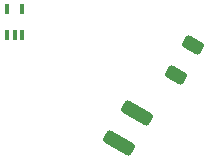
<source format=gbr>
%TF.GenerationSoftware,KiCad,Pcbnew,(6.0.8-1)-1*%
%TF.CreationDate,2022-11-30T21:43:59-05:00*%
%TF.ProjectId,Untitled,556e7469-746c-4656-942e-6b696361645f,rev?*%
%TF.SameCoordinates,Original*%
%TF.FileFunction,Paste,Bot*%
%TF.FilePolarity,Positive*%
%FSLAX46Y46*%
G04 Gerber Fmt 4.6, Leading zero omitted, Abs format (unit mm)*
G04 Created by KiCad (PCBNEW (6.0.8-1)-1) date 2022-11-30 21:43:59*
%MOMM*%
%LPD*%
G01*
G04 APERTURE LIST*
G04 Aperture macros list*
%AMRoundRect*
0 Rectangle with rounded corners*
0 $1 Rounding radius*
0 $2 $3 $4 $5 $6 $7 $8 $9 X,Y pos of 4 corners*
0 Add a 4 corners polygon primitive as box body*
4,1,4,$2,$3,$4,$5,$6,$7,$8,$9,$2,$3,0*
0 Add four circle primitives for the rounded corners*
1,1,$1+$1,$2,$3*
1,1,$1+$1,$4,$5*
1,1,$1+$1,$6,$7*
1,1,$1+$1,$8,$9*
0 Add four rect primitives between the rounded corners*
20,1,$1+$1,$2,$3,$4,$5,0*
20,1,$1+$1,$4,$5,$6,$7,0*
20,1,$1+$1,$6,$7,$8,$9,0*
20,1,$1+$1,$8,$9,$2,$3,0*%
G04 Aperture macros list end*
%ADD10RoundRect,0.087500X0.087500X0.337500X-0.087500X0.337500X-0.087500X-0.337500X0.087500X-0.337500X0*%
%ADD11RoundRect,0.250000X-0.385016X0.583133X-0.697516X0.041867X0.385016X-0.583133X0.697516X-0.041867X0*%
%ADD12RoundRect,0.250000X-0.790128X0.831458X-1.115128X0.268542X0.790128X-0.831458X1.115128X-0.268542X0*%
G04 APERTURE END LIST*
D10*
%TO.C,REF\u002A\u002A*%
X104450000Y-59100000D03*
X103800000Y-59100000D03*
X103150000Y-59100000D03*
X103150000Y-56900000D03*
X104450000Y-56900000D03*
%TD*%
D11*
%TO.C,REF\u002A\u002A*%
X118931250Y-59933438D03*
X117468750Y-62466562D03*
%TD*%
D12*
%TO.C,REF\u002A\u002A*%
X114137500Y-65722613D03*
X112662500Y-68277387D03*
%TD*%
M02*

</source>
